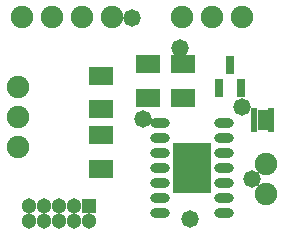
<source format=gts>
G04 Layer_Color=8388736*
%FSLAX44Y44*%
%MOMM*%
G71*
G01*
G75*
%ADD30R,2.0032X1.5032*%
%ADD31R,0.8032X1.6032*%
%ADD32R,0.5532X0.5532*%
%ADD33R,0.8732X1.8032*%
%ADD34R,3.2032X4.2032*%
%ADD35O,1.6532X0.8032*%
%ADD36C,1.3032*%
%ADD37R,1.3032X1.3032*%
%ADD38C,1.9032*%
%ADD39C,1.4732*%
%ADD40C,0.7032*%
D30*
X1570000Y1050000D02*
D03*
Y1021500D02*
D03*
Y1000000D02*
D03*
Y971500D02*
D03*
X1610000Y1060000D02*
D03*
Y1031500D02*
D03*
X1640000Y1060000D02*
D03*
Y1031500D02*
D03*
D31*
X1689000Y1040000D02*
D03*
X1670000D02*
D03*
X1679500Y1059000D02*
D03*
D32*
X1700000Y1020000D02*
D03*
Y1015000D02*
D03*
Y1010000D02*
D03*
Y1005000D02*
D03*
X1714200Y1020000D02*
D03*
Y1015000D02*
D03*
Y1010000D02*
D03*
Y1005000D02*
D03*
D33*
X1707100Y1012500D02*
D03*
D34*
X1647250Y971900D02*
D03*
D35*
X1674500Y933800D02*
D03*
Y946500D02*
D03*
Y959200D02*
D03*
Y971900D02*
D03*
Y984600D02*
D03*
Y997300D02*
D03*
Y1010000D02*
D03*
X1620000Y933800D02*
D03*
Y946500D02*
D03*
Y959200D02*
D03*
Y971900D02*
D03*
Y984600D02*
D03*
Y997300D02*
D03*
Y1010000D02*
D03*
D36*
X1509200Y927300D02*
D03*
X1521900D02*
D03*
X1534600D02*
D03*
X1547300D02*
D03*
X1560000D02*
D03*
X1509200Y940000D02*
D03*
X1521900D02*
D03*
X1534600D02*
D03*
X1547300D02*
D03*
D37*
X1560000D02*
D03*
D38*
X1529200Y1100000D02*
D03*
X1554600D02*
D03*
X1580000D02*
D03*
X1503800D02*
D03*
X1710000Y950000D02*
D03*
Y975400D02*
D03*
X1639200Y1100000D02*
D03*
X1664600D02*
D03*
X1690000D02*
D03*
X1500000Y990000D02*
D03*
Y1015400D02*
D03*
Y1040800D02*
D03*
D39*
X1637030Y1073658D02*
D03*
X1645666Y928624D02*
D03*
X1596390Y1098550D02*
D03*
X1689862Y1023874D02*
D03*
X1698498Y962660D02*
D03*
X1605534Y1013714D02*
D03*
D40*
X1658250Y955400D02*
D03*
X1647250D02*
D03*
X1636250D02*
D03*
X1658250Y966400D02*
D03*
X1647250D02*
D03*
X1636250D02*
D03*
X1658250Y977400D02*
D03*
X1647250D02*
D03*
X1636250D02*
D03*
X1658250Y988400D02*
D03*
X1647250D02*
D03*
X1636250D02*
D03*
M02*

</source>
